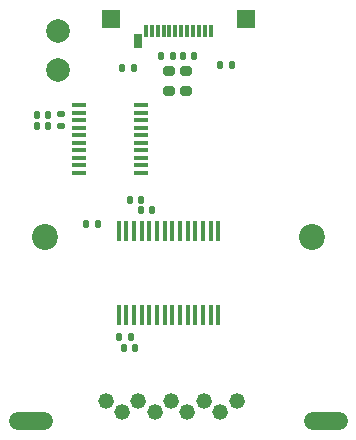
<source format=gbr>
%TF.GenerationSoftware,KiCad,Pcbnew,8.0.3*%
%TF.CreationDate,2024-07-15T16:50:19+10:00*%
%TF.ProjectId,DB9 Serial Expansion Card Rev2,44423920-5365-4726-9961-6c2045787061,rev?*%
%TF.SameCoordinates,Original*%
%TF.FileFunction,Soldermask,Top*%
%TF.FilePolarity,Negative*%
%FSLAX46Y46*%
G04 Gerber Fmt 4.6, Leading zero omitted, Abs format (unit mm)*
G04 Created by KiCad (PCBNEW 8.0.3) date 2024-07-15 16:50:19*
%MOMM*%
%LPD*%
G01*
G04 APERTURE LIST*
G04 Aperture macros list*
%AMRoundRect*
0 Rectangle with rounded corners*
0 $1 Rounding radius*
0 $2 $3 $4 $5 $6 $7 $8 $9 X,Y pos of 4 corners*
0 Add a 4 corners polygon primitive as box body*
4,1,4,$2,$3,$4,$5,$6,$7,$8,$9,$2,$3,0*
0 Add four circle primitives for the rounded corners*
1,1,$1+$1,$2,$3*
1,1,$1+$1,$4,$5*
1,1,$1+$1,$6,$7*
1,1,$1+$1,$8,$9*
0 Add four rect primitives between the rounded corners*
20,1,$1+$1,$2,$3,$4,$5,0*
20,1,$1+$1,$4,$5,$6,$7,0*
20,1,$1+$1,$6,$7,$8,$9,0*
20,1,$1+$1,$8,$9,$2,$3,0*%
G04 Aperture macros list end*
%ADD10C,1.320800*%
%ADD11O,3.750000X1.500000*%
%ADD12R,0.450000X1.800000*%
%ADD13RoundRect,0.140000X0.170000X-0.140000X0.170000X0.140000X-0.170000X0.140000X-0.170000X-0.140000X0*%
%ADD14RoundRect,0.140000X0.140000X0.170000X-0.140000X0.170000X-0.140000X-0.170000X0.140000X-0.170000X0*%
%ADD15RoundRect,0.140000X-0.140000X-0.170000X0.140000X-0.170000X0.140000X0.170000X-0.140000X0.170000X0*%
%ADD16C,2.200000*%
%ADD17C,2.000000*%
%ADD18RoundRect,0.200000X-0.275000X0.200000X-0.275000X-0.200000X0.275000X-0.200000X0.275000X0.200000X0*%
%ADD19RoundRect,0.200000X0.275000X-0.200000X0.275000X0.200000X-0.275000X0.200000X-0.275000X-0.200000X0*%
%ADD20R,1.500000X1.500000*%
%ADD21RoundRect,0.135000X0.135000X0.185000X-0.135000X0.185000X-0.135000X-0.185000X0.135000X-0.185000X0*%
%ADD22R,0.300000X1.000000*%
%ADD23R,0.700000X1.150000*%
%ADD24R,1.200000X0.400000*%
G04 APERTURE END LIST*
D10*
%TO.C,J1*%
X226490001Y-105542999D03*
X229260000Y-105542999D03*
X232030000Y-105542999D03*
X234800000Y-105542999D03*
X237569999Y-105542999D03*
X227875002Y-106543000D03*
X230645001Y-106543000D03*
X233415001Y-106543000D03*
X236185001Y-106543000D03*
D11*
X245125000Y-107243000D03*
X220135000Y-107243000D03*
%TD*%
D12*
%TO.C,U2*%
X236035000Y-91170000D03*
X235385000Y-91170000D03*
X234735000Y-91170000D03*
X234085000Y-91170000D03*
X233435000Y-91170000D03*
X232785000Y-91170000D03*
X232135000Y-91170000D03*
X231485000Y-91170000D03*
X230835000Y-91170000D03*
X230185000Y-91170000D03*
X229535000Y-91170000D03*
X228885000Y-91170000D03*
X228235000Y-91170000D03*
X227585000Y-91170000D03*
X227585000Y-98270000D03*
X228235000Y-98270000D03*
X228885000Y-98270000D03*
X229535000Y-98270000D03*
X230185000Y-98270000D03*
X230835000Y-98270000D03*
X231485000Y-98270000D03*
X232135000Y-98270000D03*
X232785000Y-98270000D03*
X233435000Y-98270000D03*
X234085000Y-98270000D03*
X234735000Y-98270000D03*
X235385000Y-98270000D03*
X236035000Y-98270000D03*
%TD*%
D13*
%TO.C,C6*%
X222677500Y-82268000D03*
X222677500Y-81308000D03*
%TD*%
D14*
%TO.C,C4*%
X232150000Y-76410000D03*
X231190000Y-76410000D03*
%TD*%
D15*
%TO.C,C7*%
X229440000Y-89450000D03*
X230400000Y-89450000D03*
%TD*%
D16*
%TO.C,H2*%
X243940000Y-91710000D03*
%TD*%
D17*
%TO.C,TP4*%
X222420000Y-77590000D03*
%TD*%
D18*
%TO.C,R4*%
X233330000Y-77665000D03*
X233330000Y-79315000D03*
%TD*%
D15*
%TO.C,C5*%
X233010000Y-76410000D03*
X233970000Y-76410000D03*
%TD*%
%TO.C,C8*%
X228530000Y-88530000D03*
X229490000Y-88530000D03*
%TD*%
D14*
%TO.C,C9*%
X229010000Y-101130000D03*
X228050000Y-101130000D03*
%TD*%
D19*
%TO.C,R5*%
X231850000Y-79315000D03*
X231850000Y-77665000D03*
%TD*%
D14*
%TO.C,C11*%
X228590000Y-100140000D03*
X227630000Y-100140000D03*
%TD*%
D20*
%TO.C,TP3*%
X238340000Y-73210000D03*
%TD*%
%TO.C,TP1*%
X226940000Y-73210000D03*
%TD*%
D21*
%TO.C,R1*%
X228870000Y-77390000D03*
X227850000Y-77390000D03*
%TD*%
D22*
%TO.C,P1*%
X229890000Y-74250000D03*
X230390000Y-74250000D03*
X230890000Y-74250000D03*
X231390000Y-74250000D03*
X231890000Y-74250000D03*
X232390000Y-74250000D03*
X232890000Y-74250000D03*
X233390000Y-74250000D03*
X233890000Y-74250000D03*
X234390000Y-74250000D03*
X234890000Y-74250000D03*
X235390000Y-74250000D03*
D23*
X229220000Y-75090000D03*
%TD*%
D14*
%TO.C,C10*%
X225810000Y-90590000D03*
X224850000Y-90590000D03*
%TD*%
D24*
%TO.C,U1*%
X229450000Y-86275000D03*
X229450000Y-85640000D03*
X229450000Y-85005000D03*
X229450000Y-84370000D03*
X229450000Y-83735000D03*
X229450000Y-83100000D03*
X229450000Y-82465000D03*
X229450000Y-81830000D03*
X229450000Y-81195000D03*
X229450000Y-80560000D03*
X224250000Y-80560000D03*
X224250000Y-81195000D03*
X224250000Y-81830000D03*
X224250000Y-82465000D03*
X224250000Y-83100000D03*
X224250000Y-83735000D03*
X224250000Y-84370000D03*
X224250000Y-85005000D03*
X224250000Y-85640000D03*
X224250000Y-86275000D03*
%TD*%
D15*
%TO.C,C3*%
X236200000Y-77120000D03*
X237160000Y-77120000D03*
%TD*%
D16*
%TO.C,H1*%
X221340000Y-91710000D03*
%TD*%
D14*
%TO.C,C2*%
X221630000Y-81330500D03*
X220670000Y-81330500D03*
%TD*%
D16*
%TO.C,H1*%
X221340000Y-91710000D03*
%TD*%
D14*
%TO.C,C1*%
X221630000Y-82320500D03*
X220670000Y-82320500D03*
%TD*%
D17*
%TO.C,TP1*%
X222490000Y-74280000D03*
%TD*%
M02*

</source>
